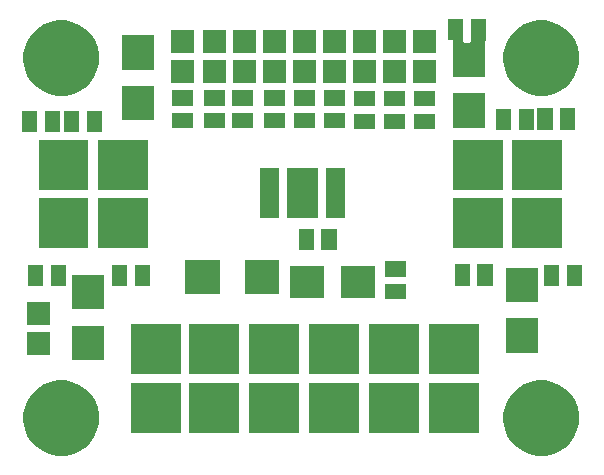
<source format=gbr>
G04 #@! TF.GenerationSoftware,KiCad,Pcbnew,(2017-02-05 revision 431abcf)-makepkg*
G04 #@! TF.CreationDate,2017-06-05T07:43:53+02:00*
G04 #@! TF.ProjectId,DIG4SWHI01A,44494734535748493031412E6B696361,rev?*
G04 #@! TF.FileFunction,Soldermask,Bot*
G04 #@! TF.FilePolarity,Negative*
%FSLAX46Y46*%
G04 Gerber Fmt 4.6, Leading zero omitted, Abs format (unit mm)*
G04 Created by KiCad (PCBNEW (2017-02-05 revision 431abcf)-makepkg) date 06/05/17 07:43:53*
%MOMM*%
%LPD*%
G01*
G04 APERTURE LIST*
%ADD10C,1.300000*%
G04 APERTURE END LIST*
D10*
G36*
X5416110Y8277872D02*
X6030848Y8151685D01*
X6609363Y7908500D01*
X7129631Y7557574D01*
X7571824Y7112283D01*
X7919105Y6589582D01*
X8158249Y6009378D01*
X8280004Y5394466D01*
X8280004Y5394449D01*
X8280137Y5393776D01*
X8270128Y4676993D01*
X8269977Y4676330D01*
X8269977Y4676306D01*
X8131099Y4065032D01*
X7875851Y3491739D01*
X7514107Y2978933D01*
X7059653Y2546162D01*
X6529787Y2209900D01*
X5944712Y1982964D01*
X5326688Y1873989D01*
X4699273Y1887132D01*
X4086359Y2021890D01*
X3511293Y2273129D01*
X2995980Y2631282D01*
X2560044Y3082706D01*
X2220093Y3610208D01*
X1989075Y4193693D01*
X1875790Y4810936D01*
X1884551Y5438424D01*
X2015027Y6052266D01*
X2262248Y6629075D01*
X2616795Y7146877D01*
X3065163Y7585952D01*
X3590276Y7929576D01*
X4172132Y8164661D01*
X4788571Y8282254D01*
X5416110Y8277872D01*
X5416110Y8277872D01*
G37*
G36*
X46056110Y8277872D02*
X46670848Y8151685D01*
X47249363Y7908500D01*
X47769631Y7557574D01*
X48211824Y7112283D01*
X48559105Y6589582D01*
X48798249Y6009378D01*
X48920004Y5394466D01*
X48920004Y5394449D01*
X48920137Y5393776D01*
X48910128Y4676993D01*
X48909977Y4676330D01*
X48909977Y4676306D01*
X48771099Y4065032D01*
X48515851Y3491739D01*
X48154107Y2978933D01*
X47699653Y2546162D01*
X47169787Y2209900D01*
X46584712Y1982964D01*
X45966688Y1873989D01*
X45339273Y1887132D01*
X44726359Y2021890D01*
X44151293Y2273129D01*
X43635980Y2631282D01*
X43200044Y3082706D01*
X42860093Y3610208D01*
X42629075Y4193693D01*
X42515790Y4810936D01*
X42524551Y5438424D01*
X42655027Y6052266D01*
X42902248Y6629075D01*
X43256795Y7146877D01*
X43705163Y7585952D01*
X44230276Y7929576D01*
X44812132Y8164661D01*
X45428571Y8282254D01*
X46056110Y8277872D01*
X46056110Y8277872D01*
G37*
G36*
X35379000Y3817000D02*
X31169000Y3817000D01*
X31169000Y8027000D01*
X35379000Y8027000D01*
X35379000Y3817000D01*
X35379000Y3817000D01*
G37*
G36*
X30299000Y3817000D02*
X26089000Y3817000D01*
X26089000Y8027000D01*
X30299000Y8027000D01*
X30299000Y3817000D01*
X30299000Y3817000D01*
G37*
G36*
X15186000Y3817000D02*
X10976000Y3817000D01*
X10976000Y8027000D01*
X15186000Y8027000D01*
X15186000Y3817000D01*
X15186000Y3817000D01*
G37*
G36*
X20139000Y3817000D02*
X15929000Y3817000D01*
X15929000Y8027000D01*
X20139000Y8027000D01*
X20139000Y3817000D01*
X20139000Y3817000D01*
G37*
G36*
X25219000Y3817000D02*
X21009000Y3817000D01*
X21009000Y8027000D01*
X25219000Y8027000D01*
X25219000Y3817000D01*
X25219000Y3817000D01*
G37*
G36*
X40459000Y3817000D02*
X36249000Y3817000D01*
X36249000Y8027000D01*
X40459000Y8027000D01*
X40459000Y3817000D01*
X40459000Y3817000D01*
G37*
G36*
X25219000Y8817000D02*
X21009000Y8817000D01*
X21009000Y13027000D01*
X25219000Y13027000D01*
X25219000Y8817000D01*
X25219000Y8817000D01*
G37*
G36*
X40459000Y8817000D02*
X36249000Y8817000D01*
X36249000Y13027000D01*
X40459000Y13027000D01*
X40459000Y8817000D01*
X40459000Y8817000D01*
G37*
G36*
X35379000Y8817000D02*
X31169000Y8817000D01*
X31169000Y13027000D01*
X35379000Y13027000D01*
X35379000Y8817000D01*
X35379000Y8817000D01*
G37*
G36*
X30299000Y8817000D02*
X26089000Y8817000D01*
X26089000Y13027000D01*
X30299000Y13027000D01*
X30299000Y8817000D01*
X30299000Y8817000D01*
G37*
G36*
X15186000Y8817000D02*
X10976000Y8817000D01*
X10976000Y13027000D01*
X15186000Y13027000D01*
X15186000Y8817000D01*
X15186000Y8817000D01*
G37*
G36*
X20139000Y8817000D02*
X15929000Y8817000D01*
X15929000Y13027000D01*
X20139000Y13027000D01*
X20139000Y8817000D01*
X20139000Y8817000D01*
G37*
G36*
X8716620Y10000640D02*
X6015380Y10000640D01*
X6015380Y12900000D01*
X8716620Y12900000D01*
X8716620Y10000640D01*
X8716620Y10000640D01*
G37*
G36*
X4137000Y10468000D02*
X2213000Y10468000D01*
X2213000Y12392000D01*
X4137000Y12392000D01*
X4137000Y10468000D01*
X4137000Y10468000D01*
G37*
G36*
X45419620Y10635640D02*
X42718380Y10635640D01*
X42718380Y13535000D01*
X45419620Y13535000D01*
X45419620Y10635640D01*
X45419620Y10635640D01*
G37*
G36*
X4137000Y13008000D02*
X2213000Y13008000D01*
X2213000Y14932000D01*
X4137000Y14932000D01*
X4137000Y13008000D01*
X4137000Y13008000D01*
G37*
G36*
X8716620Y14298320D02*
X6015380Y14298320D01*
X6015380Y17197680D01*
X8716620Y17197680D01*
X8716620Y14298320D01*
X8716620Y14298320D01*
G37*
G36*
X45419620Y14933320D02*
X42718380Y14933320D01*
X42718380Y17832680D01*
X45419620Y17832680D01*
X45419620Y14933320D01*
X45419620Y14933320D01*
G37*
G36*
X34299500Y15167000D02*
X32502500Y15167000D01*
X32502500Y16456000D01*
X34299500Y16456000D01*
X34299500Y15167000D01*
X34299500Y15167000D01*
G37*
G36*
X27367840Y15286380D02*
X24468480Y15286380D01*
X24468480Y17987620D01*
X27367840Y17987620D01*
X27367840Y15286380D01*
X27367840Y15286380D01*
G37*
G36*
X31665520Y15286380D02*
X28766160Y15286380D01*
X28766160Y17987620D01*
X31665520Y17987620D01*
X31665520Y15286380D01*
X31665520Y15286380D01*
G37*
G36*
X23557840Y15568320D02*
X20607680Y15568320D01*
X20607680Y18467680D01*
X23557840Y18467680D01*
X23557840Y15568320D01*
X23557840Y15568320D01*
G37*
G36*
X18508320Y15568320D02*
X15558160Y15568320D01*
X15558160Y18467680D01*
X18508320Y18467680D01*
X18508320Y15568320D01*
X18508320Y15568320D01*
G37*
G36*
X12582500Y16246500D02*
X11293500Y16246500D01*
X11293500Y18043500D01*
X12582500Y18043500D01*
X12582500Y16246500D01*
X12582500Y16246500D01*
G37*
G36*
X49158500Y16246500D02*
X47869500Y16246500D01*
X47869500Y18043500D01*
X49158500Y18043500D01*
X49158500Y16246500D01*
X49158500Y16246500D01*
G37*
G36*
X47253500Y16246500D02*
X45964500Y16246500D01*
X45964500Y18043500D01*
X47253500Y18043500D01*
X47253500Y16246500D01*
X47253500Y16246500D01*
G37*
G36*
X3565500Y16246500D02*
X2276500Y16246500D01*
X2276500Y18043500D01*
X3565500Y18043500D01*
X3565500Y16246500D01*
X3565500Y16246500D01*
G37*
G36*
X5470500Y16246500D02*
X4181500Y16246500D01*
X4181500Y18043500D01*
X5470500Y18043500D01*
X5470500Y16246500D01*
X5470500Y16246500D01*
G37*
G36*
X10677500Y16246500D02*
X9388500Y16246500D01*
X9388500Y18043500D01*
X10677500Y18043500D01*
X10677500Y16246500D01*
X10677500Y16246500D01*
G37*
G36*
X41602000Y16310000D02*
X40313000Y16310000D01*
X40313000Y18107000D01*
X41602000Y18107000D01*
X41602000Y16310000D01*
X41602000Y16310000D01*
G37*
G36*
X39697000Y16310000D02*
X38408000Y16310000D01*
X38408000Y18107000D01*
X39697000Y18107000D01*
X39697000Y16310000D01*
X39697000Y16310000D01*
G37*
G36*
X34299500Y17072000D02*
X32502500Y17072000D01*
X32502500Y18361000D01*
X34299500Y18361000D01*
X34299500Y17072000D01*
X34299500Y17072000D01*
G37*
G36*
X26489000Y19294500D02*
X25200000Y19294500D01*
X25200000Y21091500D01*
X26489000Y21091500D01*
X26489000Y19294500D01*
X26489000Y19294500D01*
G37*
G36*
X28394000Y19294500D02*
X27105000Y19294500D01*
X27105000Y21091500D01*
X28394000Y21091500D01*
X28394000Y19294500D01*
X28394000Y19294500D01*
G37*
G36*
X42491000Y19485000D02*
X38281000Y19485000D01*
X38281000Y23695000D01*
X42491000Y23695000D01*
X42491000Y19485000D01*
X42491000Y19485000D01*
G37*
G36*
X12392000Y19485000D02*
X8182000Y19485000D01*
X8182000Y23695000D01*
X12392000Y23695000D01*
X12392000Y19485000D01*
X12392000Y19485000D01*
G37*
G36*
X47491000Y19485000D02*
X43281000Y19485000D01*
X43281000Y23695000D01*
X47491000Y23695000D01*
X47491000Y19485000D01*
X47491000Y19485000D01*
G37*
G36*
X7392000Y19485000D02*
X3182000Y19485000D01*
X3182000Y23695000D01*
X7392000Y23695000D01*
X7392000Y19485000D01*
X7392000Y19485000D01*
G37*
G36*
X26827000Y22030000D02*
X24227000Y22030000D01*
X24227000Y26230000D01*
X26827000Y26230000D01*
X26827000Y22030000D01*
X26827000Y22030000D01*
G37*
G36*
X29127000Y22030000D02*
X27527000Y22030000D01*
X27527000Y26230000D01*
X29127000Y26230000D01*
X29127000Y22030000D01*
X29127000Y22030000D01*
G37*
G36*
X23527000Y22030000D02*
X21927000Y22030000D01*
X21927000Y26230000D01*
X23527000Y26230000D01*
X23527000Y22030000D01*
X23527000Y22030000D01*
G37*
G36*
X42491000Y24438000D02*
X38281000Y24438000D01*
X38281000Y28648000D01*
X42491000Y28648000D01*
X42491000Y24438000D01*
X42491000Y24438000D01*
G37*
G36*
X47491000Y24438000D02*
X43281000Y24438000D01*
X43281000Y28648000D01*
X47491000Y28648000D01*
X47491000Y24438000D01*
X47491000Y24438000D01*
G37*
G36*
X12392000Y24438000D02*
X8182000Y24438000D01*
X8182000Y28648000D01*
X12392000Y28648000D01*
X12392000Y24438000D01*
X12392000Y24438000D01*
G37*
G36*
X7392000Y24438000D02*
X3182000Y24438000D01*
X3182000Y28648000D01*
X7392000Y28648000D01*
X7392000Y24438000D01*
X7392000Y24438000D01*
G37*
G36*
X4962500Y29327500D02*
X3673500Y29327500D01*
X3673500Y31124500D01*
X4962500Y31124500D01*
X4962500Y29327500D01*
X4962500Y29327500D01*
G37*
G36*
X6613500Y29327500D02*
X5324500Y29327500D01*
X5324500Y31124500D01*
X6613500Y31124500D01*
X6613500Y29327500D01*
X6613500Y29327500D01*
G37*
G36*
X3057500Y29327500D02*
X1768500Y29327500D01*
X1768500Y31124500D01*
X3057500Y31124500D01*
X3057500Y29327500D01*
X3057500Y29327500D01*
G37*
G36*
X8518500Y29327500D02*
X7229500Y29327500D01*
X7229500Y31124500D01*
X8518500Y31124500D01*
X8518500Y29327500D01*
X8518500Y29327500D01*
G37*
G36*
X45094500Y29454500D02*
X43805500Y29454500D01*
X43805500Y31251500D01*
X45094500Y31251500D01*
X45094500Y29454500D01*
X45094500Y29454500D01*
G37*
G36*
X43189500Y29454500D02*
X41900500Y29454500D01*
X41900500Y31251500D01*
X43189500Y31251500D01*
X43189500Y29454500D01*
X43189500Y29454500D01*
G37*
G36*
X46682000Y29518000D02*
X45393000Y29518000D01*
X45393000Y31315000D01*
X46682000Y31315000D01*
X46682000Y29518000D01*
X46682000Y29518000D01*
G37*
G36*
X48587000Y29518000D02*
X47298000Y29518000D01*
X47298000Y31315000D01*
X48587000Y31315000D01*
X48587000Y29518000D01*
X48587000Y29518000D01*
G37*
G36*
X31632500Y29581500D02*
X29835500Y29581500D01*
X29835500Y30870500D01*
X31632500Y30870500D01*
X31632500Y29581500D01*
X31632500Y29581500D01*
G37*
G36*
X36712500Y29581500D02*
X34915500Y29581500D01*
X34915500Y30870500D01*
X36712500Y30870500D01*
X36712500Y29581500D01*
X36712500Y29581500D01*
G37*
G36*
X34172500Y29581500D02*
X32375500Y29581500D01*
X32375500Y30870500D01*
X34172500Y30870500D01*
X34172500Y29581500D01*
X34172500Y29581500D01*
G37*
G36*
X21345500Y29645000D02*
X19548500Y29645000D01*
X19548500Y30934000D01*
X21345500Y30934000D01*
X21345500Y29645000D01*
X21345500Y29645000D01*
G37*
G36*
X29092500Y29645000D02*
X27295500Y29645000D01*
X27295500Y30934000D01*
X29092500Y30934000D01*
X29092500Y29645000D01*
X29092500Y29645000D01*
G37*
G36*
X26552500Y29645000D02*
X24755500Y29645000D01*
X24755500Y30934000D01*
X26552500Y30934000D01*
X26552500Y29645000D01*
X26552500Y29645000D01*
G37*
G36*
X24012500Y29645000D02*
X22215500Y29645000D01*
X22215500Y30934000D01*
X24012500Y30934000D01*
X24012500Y29645000D01*
X24012500Y29645000D01*
G37*
G36*
X18932500Y29645000D02*
X17135500Y29645000D01*
X17135500Y30934000D01*
X18932500Y30934000D01*
X18932500Y29645000D01*
X18932500Y29645000D01*
G37*
G36*
X16265500Y29645000D02*
X14468500Y29645000D01*
X14468500Y30934000D01*
X16265500Y30934000D01*
X16265500Y29645000D01*
X16265500Y29645000D01*
G37*
G36*
X40974620Y29685640D02*
X38273380Y29685640D01*
X38273380Y32585000D01*
X40974620Y32585000D01*
X40974620Y29685640D01*
X40974620Y29685640D01*
G37*
G36*
X12907620Y30300320D02*
X10206380Y30300320D01*
X10206380Y33199680D01*
X12907620Y33199680D01*
X12907620Y30300320D01*
X12907620Y30300320D01*
G37*
G36*
X31632500Y31486500D02*
X29835500Y31486500D01*
X29835500Y32775500D01*
X31632500Y32775500D01*
X31632500Y31486500D01*
X31632500Y31486500D01*
G37*
G36*
X36712500Y31486500D02*
X34915500Y31486500D01*
X34915500Y32775500D01*
X36712500Y32775500D01*
X36712500Y31486500D01*
X36712500Y31486500D01*
G37*
G36*
X34172500Y31486500D02*
X32375500Y31486500D01*
X32375500Y32775500D01*
X34172500Y32775500D01*
X34172500Y31486500D01*
X34172500Y31486500D01*
G37*
G36*
X16265500Y31550000D02*
X14468500Y31550000D01*
X14468500Y32839000D01*
X16265500Y32839000D01*
X16265500Y31550000D01*
X16265500Y31550000D01*
G37*
G36*
X21345500Y31550000D02*
X19548500Y31550000D01*
X19548500Y32839000D01*
X21345500Y32839000D01*
X21345500Y31550000D01*
X21345500Y31550000D01*
G37*
G36*
X26552500Y31550000D02*
X24755500Y31550000D01*
X24755500Y32839000D01*
X26552500Y32839000D01*
X26552500Y31550000D01*
X26552500Y31550000D01*
G37*
G36*
X18932500Y31550000D02*
X17135500Y31550000D01*
X17135500Y32839000D01*
X18932500Y32839000D01*
X18932500Y31550000D01*
X18932500Y31550000D01*
G37*
G36*
X29092500Y31550000D02*
X27295500Y31550000D01*
X27295500Y32839000D01*
X29092500Y32839000D01*
X29092500Y31550000D01*
X29092500Y31550000D01*
G37*
G36*
X24012500Y31550000D02*
X22215500Y31550000D01*
X22215500Y32839000D01*
X24012500Y32839000D01*
X24012500Y31550000D01*
X24012500Y31550000D01*
G37*
G36*
X46056110Y38757872D02*
X46670848Y38631685D01*
X47249363Y38388500D01*
X47769631Y38037574D01*
X48211824Y37592283D01*
X48559105Y37069582D01*
X48798249Y36489378D01*
X48920004Y35874466D01*
X48920004Y35874449D01*
X48920137Y35873776D01*
X48910128Y35156993D01*
X48909977Y35156330D01*
X48909977Y35156306D01*
X48771099Y34545032D01*
X48515851Y33971739D01*
X48154107Y33458933D01*
X47699653Y33026162D01*
X47169787Y32689900D01*
X46584712Y32462964D01*
X45966688Y32353989D01*
X45339273Y32367132D01*
X44726359Y32501890D01*
X44151293Y32753129D01*
X43635980Y33111282D01*
X43200044Y33562706D01*
X42860093Y34090208D01*
X42629075Y34673693D01*
X42515790Y35290936D01*
X42524551Y35918424D01*
X42655027Y36532266D01*
X42902248Y37109075D01*
X43256795Y37626877D01*
X43705163Y38065952D01*
X44230276Y38409576D01*
X44812132Y38644661D01*
X45428571Y38762254D01*
X46056110Y38757872D01*
X46056110Y38757872D01*
G37*
G36*
X5416110Y38757872D02*
X6030848Y38631685D01*
X6609363Y38388500D01*
X7129631Y38037574D01*
X7571824Y37592283D01*
X7919105Y37069582D01*
X8158249Y36489378D01*
X8280004Y35874466D01*
X8280004Y35874449D01*
X8280137Y35873776D01*
X8270128Y35156993D01*
X8269977Y35156330D01*
X8269977Y35156306D01*
X8131099Y34545032D01*
X7875851Y33971739D01*
X7514107Y33458933D01*
X7059653Y33026162D01*
X6529787Y32689900D01*
X5944712Y32462964D01*
X5326688Y32353989D01*
X4699273Y32367132D01*
X4086359Y32501890D01*
X3511293Y32753129D01*
X2995980Y33111282D01*
X2560044Y33562706D01*
X2220093Y34090208D01*
X1989075Y34673693D01*
X1875790Y35290936D01*
X1884551Y35918424D01*
X2015027Y36532266D01*
X2262248Y37109075D01*
X2616795Y37626877D01*
X3065163Y38065952D01*
X3590276Y38409576D01*
X4172132Y38644661D01*
X4788571Y38762254D01*
X5416110Y38757872D01*
X5416110Y38757872D01*
G37*
G36*
X34236000Y33455000D02*
X32312000Y33455000D01*
X32312000Y35379000D01*
X34236000Y35379000D01*
X34236000Y33455000D01*
X34236000Y33455000D01*
G37*
G36*
X31696000Y33455000D02*
X29772000Y33455000D01*
X29772000Y35379000D01*
X31696000Y35379000D01*
X31696000Y33455000D01*
X31696000Y33455000D01*
G37*
G36*
X16329000Y33455000D02*
X14405000Y33455000D01*
X14405000Y35379000D01*
X16329000Y35379000D01*
X16329000Y33455000D01*
X16329000Y33455000D01*
G37*
G36*
X18996000Y33455000D02*
X17072000Y33455000D01*
X17072000Y35379000D01*
X18996000Y35379000D01*
X18996000Y33455000D01*
X18996000Y33455000D01*
G37*
G36*
X24076000Y33455000D02*
X22152000Y33455000D01*
X22152000Y35379000D01*
X24076000Y35379000D01*
X24076000Y33455000D01*
X24076000Y33455000D01*
G37*
G36*
X29156000Y33455000D02*
X27232000Y33455000D01*
X27232000Y35379000D01*
X29156000Y35379000D01*
X29156000Y33455000D01*
X29156000Y33455000D01*
G37*
G36*
X26616000Y33455000D02*
X24692000Y33455000D01*
X24692000Y35379000D01*
X26616000Y35379000D01*
X26616000Y33455000D01*
X26616000Y33455000D01*
G37*
G36*
X36776000Y33455000D02*
X34852000Y33455000D01*
X34852000Y35379000D01*
X36776000Y35379000D01*
X36776000Y33455000D01*
X36776000Y33455000D01*
G37*
G36*
X21536000Y33455000D02*
X19612000Y33455000D01*
X19612000Y35379000D01*
X21536000Y35379000D01*
X21536000Y33455000D01*
X21536000Y33455000D01*
G37*
G36*
X39125500Y36982680D02*
X39127421Y36963171D01*
X39133112Y36944412D01*
X39142353Y36927123D01*
X39154789Y36911969D01*
X39169943Y36899533D01*
X39187232Y36890292D01*
X39205991Y36884601D01*
X39225500Y36882680D01*
X39641500Y36882680D01*
X39661009Y36884601D01*
X39679768Y36890292D01*
X39697057Y36899533D01*
X39712211Y36911969D01*
X39724647Y36927123D01*
X39733888Y36944412D01*
X39739579Y36963171D01*
X39741500Y36982680D01*
X39741500Y38871500D01*
X41030500Y38871500D01*
X41030500Y37063760D01*
X41019063Y37057647D01*
X41003909Y37045211D01*
X40991473Y37030057D01*
X40982232Y37012768D01*
X40976541Y36994009D01*
X40974620Y36974500D01*
X40974620Y33983320D01*
X38273380Y33983320D01*
X38273380Y36974500D01*
X38271459Y36994009D01*
X38265768Y37012768D01*
X38256527Y37030057D01*
X38244091Y37045211D01*
X38228937Y37057647D01*
X38211648Y37066888D01*
X38192889Y37072579D01*
X38173380Y37074500D01*
X37836500Y37074500D01*
X37836500Y38871500D01*
X39125500Y38871500D01*
X39125500Y36982680D01*
X39125500Y36982680D01*
G37*
G36*
X12907620Y34598000D02*
X10206380Y34598000D01*
X10206380Y37497360D01*
X12907620Y37497360D01*
X12907620Y34598000D01*
X12907620Y34598000D01*
G37*
G36*
X21536000Y35995000D02*
X19612000Y35995000D01*
X19612000Y37919000D01*
X21536000Y37919000D01*
X21536000Y35995000D01*
X21536000Y35995000D01*
G37*
G36*
X34236000Y35995000D02*
X32312000Y35995000D01*
X32312000Y37919000D01*
X34236000Y37919000D01*
X34236000Y35995000D01*
X34236000Y35995000D01*
G37*
G36*
X29156000Y35995000D02*
X27232000Y35995000D01*
X27232000Y37919000D01*
X29156000Y37919000D01*
X29156000Y35995000D01*
X29156000Y35995000D01*
G37*
G36*
X24076000Y35995000D02*
X22152000Y35995000D01*
X22152000Y37919000D01*
X24076000Y37919000D01*
X24076000Y35995000D01*
X24076000Y35995000D01*
G37*
G36*
X18996000Y35995000D02*
X17072000Y35995000D01*
X17072000Y37919000D01*
X18996000Y37919000D01*
X18996000Y35995000D01*
X18996000Y35995000D01*
G37*
G36*
X36776000Y35995000D02*
X34852000Y35995000D01*
X34852000Y37919000D01*
X36776000Y37919000D01*
X36776000Y35995000D01*
X36776000Y35995000D01*
G37*
G36*
X26616000Y35995000D02*
X24692000Y35995000D01*
X24692000Y37919000D01*
X26616000Y37919000D01*
X26616000Y35995000D01*
X26616000Y35995000D01*
G37*
G36*
X16329000Y35995000D02*
X14405000Y35995000D01*
X14405000Y37919000D01*
X16329000Y37919000D01*
X16329000Y35995000D01*
X16329000Y35995000D01*
G37*
G36*
X31696000Y35995000D02*
X29772000Y35995000D01*
X29772000Y37919000D01*
X31696000Y37919000D01*
X31696000Y35995000D01*
X31696000Y35995000D01*
G37*
M02*

</source>
